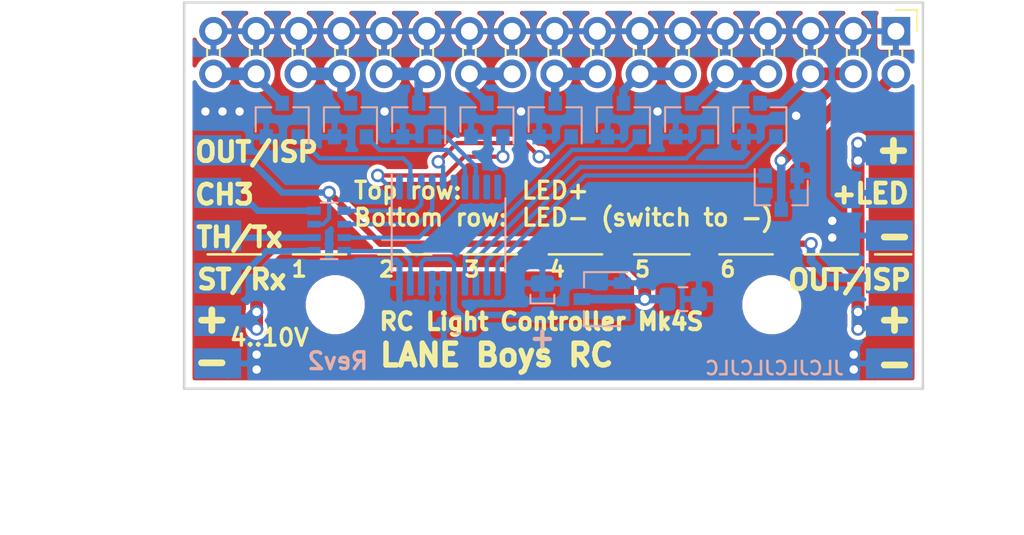
<source format=kicad_pcb>
(kicad_pcb (version 20171130) (host pcbnew 5.1.10-88a1d61d58~88~ubuntu18.04.1)
  (layers (0 Top signal) (31 Bottom signal) (34 B.Paste user) (35 F.Paste user hide) (36 B.SilkS user) (37 F.SilkS user) (38 B.Mask user hide) (39 F.Mask user hide) (44 Edge.Cuts user))
  (net 0 "")
  (net 1 +3V3)
  (net 2 GND)
  (net 3 /VIN)
  (net 4 /CH3)
  (net 5 /OUT0)
  (net 6 /OUT1)
  (net 7 /OUT2)
  (net 8 /OUT3)
  (net 9 /OUT4)
  (net 10 /OUT5)
  (net 11 /OUT6)
  (net 12 /OUT7)
  (net 13 /LED+)
  (net 14 /OUT-ISP)
  (net 15 /ST-RX)
  (net 16 /TH-TX)
  (net 17 /ST-Rx-in)
  (net 18 /TH-Tx-in)
  (net 19 /CH3-in)
  (net 20 /OUT-ISP-out)
  (net 21 "Net-(J1-Pad10)")
  (net 22 "Net-(J1-Pad2)")
  (net 23 "Net-(J1-Pad32)")
  (net 24 "Net-(J1-Pad28)")
  (net 25 "Net-(J1-Pad24)")
  (net 26 "Net-(J1-Pad20)")
  (net 27 "Net-(J1-Pad16)")
  (net 28 "Net-(J1-Pad12)")
  (net 29 "Net-(J1-Pad4)")
  (net 30 /OUT8)
  (module Package_SO:TSSOP-20_4.4x6.5mm_P0.65mm (layer Bottom) (at 150.748 104.856 270)
    (fp_text reference U1 hide)
    (fp_text value LPC832M101FDH20)
    (fp_line (start 0 -3.385) (end 2.2 -3.385) (layer B.SilkS) (width 0.12))
    (fp_line (start 0 -3.385) (end -2.2 -3.385) (layer B.SilkS) (width 0.12))
    (fp_line (start 0 3.385) (end 2.2 3.385) (layer B.SilkS) (width 0.12))
    (fp_line (start 0 3.385) (end -3.6 3.385) (layer B.SilkS) (width 0.12))
    (pad 20 smd roundrect (at 2.8625 2.925 270) (size 1.475 0.4) (layers Bottom B.Paste B.Mask) (net 2 GND))
    (pad 19 smd roundrect (at 2.8625 2.275 270) (size 1.475 0.4) (layers Bottom B.Paste B.Mask) (net 15 /ST-RX))
    (pad 18 smd roundrect (at 2.8625 1.625 270) (size 1.475 0.4) (layers Bottom B.Paste B.Mask) (net 1 +3V3))
    (pad 17 smd roundrect (at 2.8625 0.975 270) (size 1.475 0.4) (layers Bottom B.Paste B.Mask) (net 2 GND))
    (pad 16 smd roundrect (at 2.8625 0.325 270) (size 1.475 0.4) (layers Bottom B.Paste B.Mask) (net 2 GND))
    (pad 15 smd roundrect (at 2.8625 -0.325 270) (size 1.475 0.4) (layers Bottom B.Paste B.Mask) (net 1 +3V3))
    (pad 14 smd roundrect (at 2.8625 -0.975 270) (size 1.475 0.4) (layers Bottom B.Paste B.Mask) (net 10 /OUT5))
    (pad 13 smd roundrect (at 2.8625 -1.625 270) (size 1.475 0.4) (layers Bottom B.Paste B.Mask) (net 11 /OUT6))
    (pad 12 smd roundrect (at 2.8625 -2.275 270) (size 1.475 0.4) (layers Bottom B.Paste B.Mask) (net 12 /OUT7))
    (pad 11 smd roundrect (at 2.8625 -2.925 270) (size 1.475 0.4) (layers Bottom B.Paste B.Mask) (net 30 /OUT8))
    (pad 10 smd roundrect (at -2.8625 -2.925 270) (size 1.475 0.4) (layers Bottom B.Paste B.Mask))
    (pad 9 smd roundrect (at -2.8625 -2.275 270) (size 1.475 0.4) (layers Bottom B.Paste B.Mask))
    (pad 8 smd roundrect (at -2.8625 -1.625 270) (size 1.475 0.4) (layers Bottom B.Paste B.Mask) (net 7 /OUT2))
    (pad 7 smd roundrect (at -2.8625 -0.975 270) (size 1.475 0.4) (layers Bottom B.Paste B.Mask) (net 6 /OUT1))
    (pad 6 smd roundrect (at -2.8625 -0.325 270) (size 1.475 0.4) (layers Bottom B.Paste B.Mask) (net 16 /TH-TX))
    (pad 5 smd roundrect (at -2.8625 0.325 270) (size 1.475 0.4) (layers Bottom B.Paste B.Mask) (net 9 /OUT4))
    (pad 4 smd roundrect (at -2.8625 0.975 270) (size 1.475 0.4) (layers Bottom B.Paste B.Mask) (net 14 /OUT-ISP))
    (pad 3 smd roundrect (at -2.8625 1.625 270) (size 1.475 0.4) (layers Bottom B.Paste B.Mask) (net 4 /CH3))
    (pad 2 smd roundrect (at -2.8625 2.275 270) (size 1.475 0.4) (layers Bottom B.Paste B.Mask) (net 5 /OUT0))
    (pad 1 smd roundrect (at -2.8625 2.925 270) (size 1.475 0.4) (layers Bottom B.Paste B.Mask) (net 8 /OUT3))
  )
  (module Package_TO_SOT_SMD:SOT-23 (layer Bottom) (at 153.034 97.998 90)
    (fp_text reference T4 hide)
    (fp_text value PMV30UN)
    (fp_line (start 0.76 -1.58) (end -0.7 -1.58) (layer B.SilkS) (width 0.12))
    (fp_line (start 0.76 1.58) (end -1.4 1.58) (layer B.SilkS) (width 0.12))
    (fp_line (start 0.76 1.58) (end 0.76 0.65) (layer B.SilkS) (width 0.12))
    (fp_line (start 0.76 -1.58) (end 0.76 -0.65) (layer B.SilkS) (width 0.12))
    (pad 3 smd rect (at 1 0 90) (size 0.9 0.8) (layers Bottom B.Paste B.Mask) (net 26 "Net-(J1-Pad20)"))
    (pad 2 smd rect (at -1 -0.95 90) (size 0.9 0.8) (layers Bottom B.Paste B.Mask) (net 2 GND))
    (pad 1 smd rect (at -1 0.95 90) (size 0.9 0.8) (layers Bottom B.Paste B.Mask) (net 8 /OUT3))
  )
  (module Package_TO_SOT_SMD:SOT-23W (layer Bottom) (at 159.892 108.666 180)
    (fp_text reference U2 hide)
    (fp_text value MCP1703A-3302_SOT23)
    (fp_line (start -1.075 -1.61) (end 1.075 -1.61) (layer B.SilkS) (width 0.12))
    (fp_line (start -1.5 1.61) (end 1.075 1.61) (layer B.SilkS) (width 0.12))
    (fp_line (start 1.075 -0.7) (end 1.075 -1.61) (layer B.SilkS) (width 0.12))
    (fp_line (start 1.075 1.61) (end 1.075 0.7) (layer B.SilkS) (width 0.12))
    (pad 3 smd rect (at 1.2 0 180) (size 1 0.7) (layers Bottom B.Paste B.Mask) (net 3 /VIN))
    (pad 2 smd rect (at -1.2 -0.95 180) (size 1 0.7) (layers Bottom B.Paste B.Mask) (net 1 +3V3))
    (pad 1 smd rect (at -1.2 0.95 180) (size 1 0.7) (layers Bottom B.Paste B.Mask) (net 2 GND))
  )
  (module Resistor_SMD:R_Array_Convex_4x0603 (layer Bottom) (at 143.636 104.602)
    (fp_text reference RN1 hide)
    (fp_text value "1k x4")
    (fp_line (start 0.5 -1.68) (end -0.5 -1.68) (layer B.SilkS) (width 0.12))
    (fp_line (start 0.5 1.68) (end -0.5 1.68) (layer B.SilkS) (width 0.12))
    (pad 5 smd rect (at 0.9 -1.2) (size 0.8 0.5) (layers Bottom B.Paste B.Mask) (net 4 /CH3))
    (pad 6 smd rect (at 0.9 -0.4) (size 0.8 0.4) (layers Bottom B.Paste B.Mask) (net 14 /OUT-ISP))
    (pad 8 smd rect (at 0.9 1.2) (size 0.8 0.5) (layers Bottom B.Paste B.Mask) (net 15 /ST-RX))
    (pad 7 smd rect (at 0.9 0.4) (size 0.8 0.4) (layers Bottom B.Paste B.Mask) (net 16 /TH-TX))
    (pad 4 smd rect (at -0.9 -1.2) (size 0.8 0.5) (layers Bottom B.Paste B.Mask) (net 19 /CH3-in))
    (pad 2 smd rect (at -0.9 0.4) (size 0.8 0.4) (layers Bottom B.Paste B.Mask) (net 18 /TH-Tx-in))
    (pad 3 smd rect (at -0.9 -0.4) (size 0.8 0.4) (layers Bottom B.Paste B.Mask) (net 20 /OUT-ISP-out))
    (pad 1 smd rect (at -0.9 1.2) (size 0.8 0.5) (layers Bottom B.Paste B.Mask) (net 17 /ST-Rx-in))
  )
  (module Capacitor_SMD:C_0603_1608Metric (layer Bottom) (at 151.256 110.19 180)
    (fp_text reference C3 hide)
    (fp_text value 100n)
    (fp_line (start -0.162779 0.51) (end 0.162779 0.51) (layer B.SilkS) (width 0.12))
    (fp_line (start -0.162779 -0.51) (end 0.162779 -0.51) (layer B.SilkS) (width 0.12))
    (pad 2 smd roundrect (at 0.7875 0 180) (size 0.875 0.95) (layers Bottom B.Paste B.Mask) (net 2 GND))
    (pad 1 smd roundrect (at -0.7875 0 180) (size 0.875 0.95) (layers Bottom B.Paste B.Mask) (net 1 +3V3))
  )
  (module Connector_PinHeader_2.54mm:PinHeader_2x17_P2.54mm_Horizontal (layer Top) (at 177.39 92.71 270)
    (fp_text reference J1 hide)
    (fp_text value "Pinheader right-angle 2x17" hide)
    (fp_line (start 1.11 -0.38) (end 1.497071 -0.38) (layer F.SilkS) (width 0.12))
    (fp_line (start 1.11 0.38) (end 1.497071 0.38) (layer F.SilkS) (width 0.12))
    (fp_line (start 1.042929 2.16) (end 1.497071 2.16) (layer F.SilkS) (width 0.12))
    (fp_line (start 1.042929 2.92) (end 1.497071 2.92) (layer F.SilkS) (width 0.12))
    (fp_line (start 1.042929 4.7) (end 1.497071 4.7) (layer F.SilkS) (width 0.12))
    (fp_line (start 1.042929 5.46) (end 1.497071 5.46) (layer F.SilkS) (width 0.12))
    (fp_line (start 1.042929 7.24) (end 1.497071 7.24) (layer F.SilkS) (width 0.12))
    (fp_line (start 1.042929 8) (end 1.497071 8) (layer F.SilkS) (width 0.12))
    (fp_line (start 1.042929 9.78) (end 1.497071 9.78) (layer F.SilkS) (width 0.12))
    (fp_line (start 1.042929 10.54) (end 1.497071 10.54) (layer F.SilkS) (width 0.12))
    (fp_line (start 1.042929 12.32) (end 1.497071 12.32) (layer F.SilkS) (width 0.12))
    (fp_line (start 1.042929 13.08) (end 1.497071 13.08) (layer F.SilkS) (width 0.12))
    (fp_line (start 1.042929 14.86) (end 1.497071 14.86) (layer F.SilkS) (width 0.12))
    (fp_line (start 1.042929 15.62) (end 1.497071 15.62) (layer F.SilkS) (width 0.12))
    (fp_line (start 1.042929 17.4) (end 1.497071 17.4) (layer F.SilkS) (width 0.12))
    (fp_line (start 1.042929 18.16) (end 1.497071 18.16) (layer F.SilkS) (width 0.12))
    (fp_line (start 1.042929 19.94) (end 1.497071 19.94) (layer F.SilkS) (width 0.12))
    (fp_line (start 1.042929 20.7) (end 1.497071 20.7) (layer F.SilkS) (width 0.12))
    (fp_line (start 1.042929 22.48) (end 1.497071 22.48) (layer F.SilkS) (width 0.12))
    (fp_line (start 1.042929 23.24) (end 1.497071 23.24) (layer F.SilkS) (width 0.12))
    (fp_line (start 1.042929 25.02) (end 1.497071 25.02) (layer F.SilkS) (width 0.12))
    (fp_line (start 1.042929 25.78) (end 1.497071 25.78) (layer F.SilkS) (width 0.12))
    (fp_line (start 1.042929 27.56) (end 1.497071 27.56) (layer F.SilkS) (width 0.12))
    (fp_line (start 1.042929 28.32) (end 1.497071 28.32) (layer F.SilkS) (width 0.12))
    (fp_line (start 1.042929 30.1) (end 1.497071 30.1) (layer F.SilkS) (width 0.12))
    (fp_line (start 1.042929 30.86) (end 1.497071 30.86) (layer F.SilkS) (width 0.12))
    (fp_line (start 1.042929 32.64) (end 1.497071 32.64) (layer F.SilkS) (width 0.12))
    (fp_line (start 1.042929 33.4) (end 1.497071 33.4) (layer F.SilkS) (width 0.12))
    (fp_line (start 1.042929 35.18) (end 1.497071 35.18) (layer F.SilkS) (width 0.12))
    (fp_line (start 1.042929 35.94) (end 1.497071 35.94) (layer F.SilkS) (width 0.12))
    (fp_line (start 1.042929 37.72) (end 1.497071 37.72) (layer F.SilkS) (width 0.12))
    (fp_line (start 1.042929 38.48) (end 1.497071 38.48) (layer F.SilkS) (width 0.12))
    (fp_line (start 1.042929 40.26) (end 1.497071 40.26) (layer F.SilkS) (width 0.12))
    (fp_line (start 1.042929 41.02) (end 1.497071 41.02) (layer F.SilkS) (width 0.12))
    (fp_line (start -1.27 0) (end -1.27 -1.27) (layer F.SilkS) (width 0.12))
    (fp_line (start -1.27 -1.27) (end 0 -1.27) (layer F.SilkS) (width 0.12))
    (pad 34 thru_hole oval (at 2.54 40.64 270) (size 1.7 1.7) (drill 1) (layers *.Cu *.Mask) (net 23 "Net-(J1-Pad32)"))
    (pad 33 thru_hole oval (at 0 40.64 270) (size 1.7 1.7) (drill 1) (layers *.Cu *.Mask) (net 13 /LED+))
    (pad 32 thru_hole oval (at 2.54 38.1 270) (size 1.7 1.7) (drill 1) (layers *.Cu *.Mask) (net 23 "Net-(J1-Pad32)"))
    (pad 31 thru_hole oval (at 0 38.1 270) (size 1.7 1.7) (drill 1) (layers *.Cu *.Mask) (net 13 /LED+))
    (pad 30 thru_hole oval (at 2.54 35.56 270) (size 1.7 1.7) (drill 1) (layers *.Cu *.Mask) (net 24 "Net-(J1-Pad28)"))
    (pad 29 thru_hole oval (at 0 35.56 270) (size 1.7 1.7) (drill 1) (layers *.Cu *.Mask) (net 13 /LED+))
    (pad 28 thru_hole oval (at 2.54 33.02 270) (size 1.7 1.7) (drill 1) (layers *.Cu *.Mask) (net 24 "Net-(J1-Pad28)"))
    (pad 27 thru_hole oval (at 0 33.02 270) (size 1.7 1.7) (drill 1) (layers *.Cu *.Mask) (net 13 /LED+))
    (pad 26 thru_hole oval (at 2.54 30.48 270) (size 1.7 1.7) (drill 1) (layers *.Cu *.Mask) (net 25 "Net-(J1-Pad24)"))
    (pad 25 thru_hole oval (at 0 30.48 270) (size 1.7 1.7) (drill 1) (layers *.Cu *.Mask) (net 13 /LED+))
    (pad 24 thru_hole oval (at 2.54 27.94 270) (size 1.7 1.7) (drill 1) (layers *.Cu *.Mask) (net 25 "Net-(J1-Pad24)"))
    (pad 23 thru_hole oval (at 0 27.94 270) (size 1.7 1.7) (drill 1) (layers *.Cu *.Mask) (net 13 /LED+))
    (pad 22 thru_hole oval (at 2.54 25.4 270) (size 1.7 1.7) (drill 1) (layers *.Cu *.Mask) (net 26 "Net-(J1-Pad20)"))
    (pad 21 thru_hole oval (at 0 25.4 270) (size 1.7 1.7) (drill 1) (layers *.Cu *.Mask) (net 13 /LED+))
    (pad 20 thru_hole oval (at 2.54 22.86 270) (size 1.7 1.7) (drill 1) (layers *.Cu *.Mask) (net 26 "Net-(J1-Pad20)"))
    (pad 19 thru_hole oval (at 0 22.86 270) (size 1.7 1.7) (drill 1) (layers *.Cu *.Mask) (net 13 /LED+))
    (pad 18 thru_hole oval (at 2.54 20.32 270) (size 1.7 1.7) (drill 1) (layers *.Cu *.Mask) (net 27 "Net-(J1-Pad16)"))
    (pad 17 thru_hole oval (at 0 20.32 270) (size 1.7 1.7) (drill 1) (layers *.Cu *.Mask) (net 13 /LED+))
    (pad 16 thru_hole oval (at 2.54 17.78 270) (size 1.7 1.7) (drill 1) (layers *.Cu *.Mask) (net 27 "Net-(J1-Pad16)"))
    (pad 15 thru_hole oval (at 0 17.78 270) (size 1.7 1.7) (drill 1) (layers *.Cu *.Mask) (net 13 /LED+))
    (pad 14 thru_hole oval (at 2.54 15.24 270) (size 1.7 1.7) (drill 1) (layers *.Cu *.Mask) (net 28 "Net-(J1-Pad12)"))
    (pad 13 thru_hole oval (at 0 15.24 270) (size 1.7 1.7) (drill 1) (layers *.Cu *.Mask) (net 13 /LED+))
    (pad 12 thru_hole oval (at 2.54 12.7 270) (size 1.7 1.7) (drill 1) (layers *.Cu *.Mask) (net 28 "Net-(J1-Pad12)"))
    (pad 11 thru_hole oval (at 0 12.7 270) (size 1.7 1.7) (drill 1) (layers *.Cu *.Mask) (net 13 /LED+))
    (pad 10 thru_hole oval (at 2.54 10.16 270) (size 1.7 1.7) (drill 1) (layers *.Cu *.Mask) (net 21 "Net-(J1-Pad10)"))
    (pad 9 thru_hole oval (at 0 10.16 270) (size 1.7 1.7) (drill 1) (layers *.Cu *.Mask) (net 13 /LED+))
    (pad 8 thru_hole oval (at 2.54 7.62 270) (size 1.7 1.7) (drill 1) (layers *.Cu *.Mask) (net 21 "Net-(J1-Pad10)"))
    (pad 7 thru_hole oval (at 0 7.62 270) (size 1.7 1.7) (drill 1) (layers *.Cu *.Mask) (net 13 /LED+))
    (pad 6 thru_hole oval (at 2.54 5.08 270) (size 1.7 1.7) (drill 1) (layers *.Cu *.Mask) (net 29 "Net-(J1-Pad4)"))
    (pad 5 thru_hole oval (at 0 5.08 270) (size 1.7 1.7) (drill 1) (layers *.Cu *.Mask) (net 13 /LED+))
    (pad 4 thru_hole oval (at 2.54 2.54 270) (size 1.7 1.7) (drill 1) (layers *.Cu *.Mask) (net 29 "Net-(J1-Pad4)"))
    (pad 3 thru_hole oval (at 0 2.54 270) (size 1.7 1.7) (drill 1) (layers *.Cu *.Mask) (net 13 /LED+))
    (pad 2 thru_hole oval (at 2.54 0 270) (size 1.7 1.7) (drill 1) (layers *.Cu *.Mask) (net 22 "Net-(J1-Pad2)"))
    (pad 1 thru_hole rect (at 0 0 270) (size 1.7 1.7) (drill 1) (layers *.Cu *.Mask) (net 13 /LED+))
  )
  (module Package_TO_SOT_SMD:SOT-23 (layer Bottom) (at 170.56 102.316 270)
    (fp_text reference T9 hide)
    (fp_text value PMV30UN)
    (fp_line (start 0.76 -1.58) (end -0.7 -1.58) (layer B.SilkS) (width 0.12))
    (fp_line (start 0.76 1.58) (end -1.4 1.58) (layer B.SilkS) (width 0.12))
    (fp_line (start 0.76 1.58) (end 0.76 0.65) (layer B.SilkS) (width 0.12))
    (fp_line (start 0.76 -1.58) (end 0.76 -0.65) (layer B.SilkS) (width 0.12))
    (pad 3 smd rect (at 1 0 270) (size 0.9 0.8) (layers Bottom B.Paste B.Mask) (net 22 "Net-(J1-Pad2)"))
    (pad 2 smd rect (at -1 -0.95 270) (size 0.9 0.8) (layers Bottom B.Paste B.Mask) (net 2 GND))
    (pad 1 smd rect (at -1 0.95 270) (size 0.9 0.8) (layers Bottom B.Paste B.Mask) (net 30 /OUT8))
  )
  (module Package_TO_SOT_SMD:SOT-23 (layer Bottom) (at 169.29 97.998 90)
    (fp_text reference T8 hide)
    (fp_text value PMV30UN)
    (fp_line (start 0.76 -1.58) (end -0.7 -1.58) (layer B.SilkS) (width 0.12))
    (fp_line (start 0.76 1.58) (end -1.4 1.58) (layer B.SilkS) (width 0.12))
    (fp_line (start 0.76 1.58) (end 0.76 0.65) (layer B.SilkS) (width 0.12))
    (fp_line (start 0.76 -1.58) (end 0.76 -0.65) (layer B.SilkS) (width 0.12))
    (pad 3 smd rect (at 1 0 90) (size 0.9 0.8) (layers Bottom B.Paste B.Mask) (net 29 "Net-(J1-Pad4)"))
    (pad 2 smd rect (at -1 -0.95 90) (size 0.9 0.8) (layers Bottom B.Paste B.Mask) (net 2 GND))
    (pad 1 smd rect (at -1 0.95 90) (size 0.9 0.8) (layers Bottom B.Paste B.Mask) (net 12 /OUT7))
  )
  (module Package_TO_SOT_SMD:SOT-23 (layer Bottom) (at 165.226 97.998 90)
    (fp_text reference T7 hide)
    (fp_text value PMV30UN)
    (fp_line (start 0.76 -1.58) (end -0.7 -1.58) (layer B.SilkS) (width 0.12))
    (fp_line (start 0.76 1.58) (end -1.4 1.58) (layer B.SilkS) (width 0.12))
    (fp_line (start 0.76 1.58) (end 0.76 0.65) (layer B.SilkS) (width 0.12))
    (fp_line (start 0.76 -1.58) (end 0.76 -0.65) (layer B.SilkS) (width 0.12))
    (pad 3 smd rect (at 1 0 90) (size 0.9 0.8) (layers Bottom B.Paste B.Mask) (net 21 "Net-(J1-Pad10)"))
    (pad 2 smd rect (at -1 -0.95 90) (size 0.9 0.8) (layers Bottom B.Paste B.Mask) (net 2 GND))
    (pad 1 smd rect (at -1 0.95 90) (size 0.9 0.8) (layers Bottom B.Paste B.Mask) (net 11 /OUT6))
  )
  (module Package_TO_SOT_SMD:SOT-23 (layer Bottom) (at 161.162 97.998 90)
    (fp_text reference T6 hide)
    (fp_text value PMV30UN)
    (fp_line (start 0.76 -1.58) (end -0.7 -1.58) (layer B.SilkS) (width 0.12))
    (fp_line (start 0.76 1.58) (end -1.4 1.58) (layer B.SilkS) (width 0.12))
    (fp_line (start 0.76 1.58) (end 0.76 0.65) (layer B.SilkS) (width 0.12))
    (fp_line (start 0.76 -1.58) (end 0.76 -0.65) (layer B.SilkS) (width 0.12))
    (pad 3 smd rect (at 1 0 90) (size 0.9 0.8) (layers Bottom B.Paste B.Mask) (net 28 "Net-(J1-Pad12)"))
    (pad 2 smd rect (at -1 -0.95 90) (size 0.9 0.8) (layers Bottom B.Paste B.Mask) (net 2 GND))
    (pad 1 smd rect (at -1 0.95 90) (size 0.9 0.8) (layers Bottom B.Paste B.Mask) (net 10 /OUT5))
  )
  (module Package_TO_SOT_SMD:SOT-23 (layer Bottom) (at 157.098 97.998 90)
    (fp_text reference T5 hide)
    (fp_text value PMV30UN)
    (fp_line (start 0.76 -1.58) (end -0.7 -1.58) (layer B.SilkS) (width 0.12))
    (fp_line (start 0.76 1.58) (end -1.4 1.58) (layer B.SilkS) (width 0.12))
    (fp_line (start 0.76 1.58) (end 0.76 0.65) (layer B.SilkS) (width 0.12))
    (fp_line (start 0.76 -1.58) (end 0.76 -0.65) (layer B.SilkS) (width 0.12))
    (pad 3 smd rect (at 1 0 90) (size 0.9 0.8) (layers Bottom B.Paste B.Mask) (net 27 "Net-(J1-Pad16)"))
    (pad 2 smd rect (at -1 -0.95 90) (size 0.9 0.8) (layers Bottom B.Paste B.Mask) (net 2 GND))
    (pad 1 smd rect (at -1 0.95 90) (size 0.9 0.8) (layers Bottom B.Paste B.Mask) (net 9 /OUT4))
  )
  (module Package_TO_SOT_SMD:SOT-23 (layer Bottom) (at 148.97 97.998 90)
    (fp_text reference T3 hide)
    (fp_text value PMV30UN)
    (fp_line (start 0.76 -1.58) (end -0.7 -1.58) (layer B.SilkS) (width 0.12))
    (fp_line (start 0.76 1.58) (end -1.4 1.58) (layer B.SilkS) (width 0.12))
    (fp_line (start 0.76 1.58) (end 0.76 0.65) (layer B.SilkS) (width 0.12))
    (fp_line (start 0.76 -1.58) (end 0.76 -0.65) (layer B.SilkS) (width 0.12))
    (pad 3 smd rect (at 1 0 90) (size 0.9 0.8) (layers Bottom B.Paste B.Mask) (net 25 "Net-(J1-Pad24)"))
    (pad 2 smd rect (at -1 -0.95 90) (size 0.9 0.8) (layers Bottom B.Paste B.Mask) (net 2 GND))
    (pad 1 smd rect (at -1 0.95 90) (size 0.9 0.8) (layers Bottom B.Paste B.Mask) (net 7 /OUT2))
  )
  (module Package_TO_SOT_SMD:SOT-23 (layer Bottom) (at 144.906 97.998 90)
    (fp_text reference T2 hide)
    (fp_text value PMV30UN)
    (fp_line (start 0.76 -1.58) (end -0.7 -1.58) (layer B.SilkS) (width 0.12))
    (fp_line (start 0.76 1.58) (end -1.4 1.58) (layer B.SilkS) (width 0.12))
    (fp_line (start 0.76 1.58) (end 0.76 0.65) (layer B.SilkS) (width 0.12))
    (fp_line (start 0.76 -1.58) (end 0.76 -0.65) (layer B.SilkS) (width 0.12))
    (pad 3 smd rect (at 1 0 90) (size 0.9 0.8) (layers Bottom B.Paste B.Mask) (net 24 "Net-(J1-Pad28)"))
    (pad 2 smd rect (at -1 -0.95 90) (size 0.9 0.8) (layers Bottom B.Paste B.Mask) (net 2 GND))
    (pad 1 smd rect (at -1 0.95 90) (size 0.9 0.8) (layers Bottom B.Paste B.Mask) (net 6 /OUT1))
  )
  (module Package_TO_SOT_SMD:SOT-23 (layer Bottom) (at 140.842 97.998 90)
    (fp_text reference T1 hide)
    (fp_text value PMV30UN)
    (fp_line (start 0.76 -1.58) (end -0.7 -1.58) (layer B.SilkS) (width 0.12))
    (fp_line (start 0.76 1.58) (end -1.4 1.58) (layer B.SilkS) (width 0.12))
    (fp_line (start 0.76 1.58) (end 0.76 0.65) (layer B.SilkS) (width 0.12))
    (fp_line (start 0.76 -1.58) (end 0.76 -0.65) (layer B.SilkS) (width 0.12))
    (pad 3 smd rect (at 1 0 90) (size 0.9 0.8) (layers Bottom B.Paste B.Mask) (net 23 "Net-(J1-Pad32)"))
    (pad 2 smd rect (at -1 -0.95 90) (size 0.9 0.8) (layers Bottom B.Paste B.Mask) (net 2 GND))
    (pad 1 smd rect (at -1 0.95 90) (size 0.9 0.8) (layers Bottom B.Paste B.Mask) (net 5 /OUT0))
  )
  (module MountingHole:MountingHole_2.2mm_M2_ISO14580 (layer Top) (at 170 109)
    (fp_text reference H2 hide)
    (fp_text value MountingHole hide)
    (pad "" np_thru_hole circle (at 0 0) (size 2 2) (drill 2) (layers *.Cu *.Mask) (clearance 0.762))
  )
  (module MountingHole:MountingHole_2.2mm_M2_ISO14580 (layer Top) (at 144 109)
    (fp_text reference H1 hide)
    (fp_text value MountingHole hide)
    (pad "" np_thru_hole circle (at 0 0) (size 2 2) (drill 2) (layers *.Cu *.Mask) (clearance 0.762))
  )
  (module rc-light-controller-tlc5940-lpc812:PinHeader_1x06_P2.54mm_Flat (layer Bottom) (at 177 112.5 90)
    (fp_text reference J3 hide)
    (fp_text value "Pinheader straight 1x06" hide)
    (pad 6 smd rect (at 12.7 0 90) (size 1.8 2.8) (layers Bottom B.Mask) (net 3 /VIN))
    (pad 5 smd rect (at 10.16 0 90) (size 1.8 2.8) (layers Bottom B.Mask) (net 13 /LED+))
    (pad 4 smd rect (at 7.62 0 90) (size 1.8 2.8) (layers Bottom B.Mask) (net 2 GND))
    (pad 3 smd rect (at 5.08 0 90) (size 1.8 2.8) (layers Bottom B.Mask) (net 20 /OUT-ISP-out))
    (pad 2 smd rect (at 2.54 0 90) (size 1.8 2.8) (layers Bottom B.Mask) (net 3 /VIN))
    (pad 1 smd rect (at 0 0 90) (size 1.8 2.8) (layers Bottom B.Mask) (net 2 GND))
  )
  (module rc-light-controller-tlc5940-lpc812:PinHeader_1x06_P2.54mm_Flat (layer Bottom) (at 137 112.5 90)
    (fp_text reference J2 hide)
    (fp_text value "Pinheader straight 1x06" hide)
    (pad 6 smd rect (at 12.7 0 90) (size 1.8 2.8) (layers Bottom B.Mask) (net 20 /OUT-ISP-out))
    (pad 5 smd rect (at 10.16 0 90) (size 1.8 2.8) (layers Bottom B.Mask) (net 19 /CH3-in))
    (pad 4 smd rect (at 7.62 0 90) (size 1.8 2.8) (layers Bottom B.Mask) (net 18 /TH-Tx-in))
    (pad 3 smd rect (at 5.08 0 90) (size 1.8 2.8) (layers Bottom B.Mask) (net 17 /ST-Rx-in))
    (pad 2 smd rect (at 2.54 0 90) (size 1.8 2.8) (layers Bottom B.Mask) (net 3 /VIN))
    (pad 1 smd rect (at 0 0 90) (size 1.8 2.8) (layers Bottom B.Mask) (net 2 GND))
  )
  (module Capacitor_SMD:C_0805_2012Metric (layer Bottom) (at 156.336 108.666 90)
    (fp_text reference C2 hide)
    (fp_text value 47u/6V3)
    (fp_line (start -0.254 0.7112) (end -0.254 -0.7112) (layer B.SilkS) (width 0.12))
    (fp_line (start -0.258578 -0.71) (end 0.258578 -0.71) (layer B.SilkS) (width 0.12))
    (fp_line (start -0.258578 0.71) (end 0.258578 0.71) (layer B.SilkS) (width 0.12))
    (pad 1 smd roundrect (at -0.9375 0 90) (size 0.975 1.4) (layers Bottom B.Paste B.Mask) (net 1 +3V3))
    (pad 2 smd roundrect (at 0.9375 0 90) (size 0.975 1.4) (layers Bottom B.Paste B.Mask) (net 2 GND))
  )
  (module Capacitor_SMD:C_0805_2012Metric (layer Bottom) (at 164.718 108.666)
    (fp_text reference C1 hide)
    (fp_text value 1u/16V)
    (fp_line (start -0.258578 -0.71) (end 0.258578 -0.71) (layer B.SilkS) (width 0.12))
    (fp_line (start -0.258578 0.71) (end 0.258578 0.71) (layer B.SilkS) (width 0.12))
    (pad 1 smd roundrect (at -0.9375 0) (size 0.975 1.4) (layers Bottom B.Paste B.Mask) (net 3 /VIN))
    (pad 2 smd roundrect (at 0.9375 0) (size 0.975 1.4) (layers Bottom B.Paste B.Mask) (net 2 GND))
  )
  (gr_text 4..10V (at 140.08 110.952) (layer F.SilkS) (effects (font (size 1 1) (thickness 0.2))))
  (gr_text "Top row:\nBottom row:" (at 145 103) (layer F.SilkS) (effects (font (size 1 1) (thickness 0.2)) (justify left)))
  (gr_text + (at 156.336 110.952) (layer B.SilkS) (effects (font (size 1.2 1.2) (thickness 0.25)) (justify mirror)))
  (gr_text "LED+\nLED- (switch to -)" (at 155 103) (layer F.SilkS) (effects (font (size 1 1) (thickness 0.2)) (justify left)))
  (gr_line (start 178.307 105.999) (end 176.148 105.999) (layer F.SilkS) (width 0.15))
  (gr_text OUT/ISP (at 178.434 107.523) (layer F.SilkS) (effects (font (size 1.143 1.143) (thickness 0.28575)) (justify right)))
  (gr_text +LED (at 178.307 102.3795) (layer F.SilkS) (effects (font (size 1.143 1.143) (thickness 0.28575)) (justify right)))
  (gr_text + (at 136.651 109.809) (layer F.SilkS) (effects (font (size 1.6 1.6) (thickness 0.4))))
  (gr_text - (at 136.651 112.349) (layer F.SilkS) (effects (font (size 1.6 1.6) (thickness 0.4))))
  (gr_text - (at 178.561 104.856) (layer F.SilkS) (effects (font (size 1.6 1.6) (thickness 0.4)) (justify right)))
  (gr_text + (at 178.561 109.809) (layer F.SilkS) (effects (font (size 1.6 1.6) (thickness 0.4)) (justify right)))
  (gr_line (start 159.892 105.999) (end 156.717 106) (layer F.SilkS) (width 0.15))
  (gr_text JLCJLCJLCJLC (at 174.37 112.776) (layer B.SilkS) (effects (font (size 0.8 0.8)) (justify left mirror)))
  (gr_line (start 175.132 105.999) (end 171.957 105.999) (layer F.SilkS) (width 0.15))
  (gr_line (start 170.052 106) (end 166.877 105.999) (layer F.SilkS) (width 0.15))
  (gr_line (start 165.099 105.999) (end 161.797 105.999) (layer F.SilkS) (width 0.15))
  (gr_line (start 154.812 105.999) (end 151.637 105.999) (layer F.SilkS) (width 0.15))
  (gr_line (start 149.732 106) (end 146.557 106) (layer F.SilkS) (width 0.15))
  (gr_line (start 141.477 106) (end 144.652 106) (layer F.SilkS) (width 0.15))
  (gr_line (start 136.397 105.999) (end 139.572 106) (layer F.SilkS) (width 0.15))
  (gr_text Rev2 (at 146.073929 112.349) (layer B.SilkS) (effects (font (size 1 1) (thickness 0.2)) (justify left mirror)))
  (gr_text "RC Light Controller Mk4S" (at 146.5 110) (layer F.SilkS) (effects (font (size 1 1) (thickness 0.25)) (justify left)))
  (gr_text "LANE Boys RC" (at 146.5 112) (layer F.SilkS) (effects (font (size 1.3 1.3) (thickness 0.325)) (justify left)))
  (gr_text 4 (at 157.225 106.888) (layer F.SilkS) (effects (font (size 0.9 0.9) (thickness 0.2))))
  (gr_text 5 (at 162.305 106.888) (layer F.SilkS) (effects (font (size 0.9 0.9) (thickness 0.2))))
  (gr_text 3 (at 152.145 106.888) (layer F.SilkS) (effects (font (size 0.9 0.9) (thickness 0.2))))
  (gr_text 2 (at 147.065 106.888) (layer F.SilkS) (effects (font (size 0.9 0.9) (thickness 0.2))))
  (gr_text 1 (at 141.858 106.888) (layer F.SilkS) (effects (font (size 0.9 0.9) (thickness 0.2))))
  (gr_text 6 (at 167.385 106.888) (layer F.SilkS) (effects (font (size 0.9 0.9) (thickness 0.2))))
  (gr_text - (at 178.561 112.476) (layer F.SilkS) (effects (font (size 1.6 1.6) (thickness 0.4)) (justify right)))
  (gr_text + (at 178.4975 99.7125) (layer F.SilkS) (effects (font (size 1.6 1.6) (thickness 0.4)) (justify right)))
  (gr_text ST/Rx (at 135.635 107.5) (layer F.SilkS) (effects (font (size 1.143 1.143) (thickness 0.28575)) (justify left)))
  (gr_text TH/Tx (at 138.302 104.983) (layer F.SilkS) (effects (font (size 1.143 1.143) (thickness 0.28575))))
  (gr_text CH3 (at 135.5 102.443) (layer F.SilkS) (effects (font (size 1.143 1.143) (thickness 0.28575)) (justify left)))
  (gr_text OUT/ISP (at 135.508 99.903) (layer F.SilkS) (effects (font (size 1.143 1.143) (thickness 0.28575)) (justify left)))
  (gr_line (start 135.0011 91) (end 135.0011 114) (layer Edge.Cuts) (width 0.15))
  (gr_line (start 135.0011 114) (end 179 114) (layer Edge.Cuts) (width 0.15))
  (gr_line (start 179 114) (end 179 91) (layer Edge.Cuts) (width 0.15))
  (gr_line (start 179 91) (end 135.0011 91) (layer Edge.Cuts) (width 0.15))
  (segment (start 161.0835 109.6035) (end 161.0858 109.6058) (width 0.508) (layer Bottom) (net 1))
  (segment (start 156.336 109.6035) (end 161.0835 109.6035) (width 0.508) (layer Bottom) (net 1))
  (segment (start 151.073 109.2195) (end 152.0435 110.19) (width 0.381) (layer Bottom) (net 1))
  (segment (start 151.073 107.7185) (end 151.073 109.2195) (width 0.381) (layer Bottom) (net 1))
  (segment (start 152.63 109.6035) (end 152.0435 110.19) (width 0.381) (layer Bottom) (net 1))
  (segment (start 156.336 109.6035) (end 152.63 109.6035) (width 0.381) (layer Bottom) (net 1))
  (segment (start 149.123 107.7185) (end 149.123 106.5064) (width 0.254) (layer Bottom) (net 1))
  (segment (start 149.123 106.5064) (end 149.351 106.2784) (width 0.254) (layer Bottom) (net 1))
  (segment (start 149.351 106.2784) (end 150.7734 106.2784) (width 0.254) (layer Bottom) (net 1))
  (segment (start 151.073 106.578) (end 151.073 107.7185) (width 0.254) (layer Bottom) (net 1))
  (segment (start 150.7734 106.2784) (end 151.073 106.578) (width 0.254) (layer Bottom) (net 1))
  (segment (start 137.151 112.349) (end 137 112.5) (width 0.762) (layer Bottom) (net 2))
  (segment (start 137.611 113.111) (end 137 112.5) (width 0.635) (layer Bottom) (net 2))
  (segment (start 137.77 112.5) (end 137 112.5) (width 0.635) (layer Bottom) (net 2))
  (via (at 136.27 97.49) (size 0.8) (drill 0.5) (layers Top Bottom) (net 2))
  (via (at 137.286 97.49) (size 0.8) (drill 0.5) (layers Top Bottom) (net 2))
  (via (at 138.302 97.49) (size 0.8) (drill 0.5) (layers Top Bottom) (net 2))
  (via (at 155.066 97.49) (size 0.8) (drill 0.5) (layers Top Bottom) (net 2))
  (via (at 171.449 97.744) (size 0.8) (drill 0.5) (layers Top Bottom) (net 2))
  (via (at 163.194 97.49) (size 0.8) (drill 0.5) (layers Top Bottom) (net 2))
  (via (at 146.938 97.49) (size 0.8) (drill 0.5) (layers Top Bottom) (net 2))
  (via (at 173.6 105) (size 0.8) (drill 0.5) (layers Top Bottom) (net 2))
  (via (at 173.6 104) (size 0.8) (drill 0.5) (layers Top Bottom) (net 2))
  (via (at 174.878 111.968) (size 0.8) (drill 0.5) (layers Top Bottom) (net 2))
  (via (at 174.878 112.857) (size 0.8) (drill 0.5) (layers Top Bottom) (net 2))
  (via (at 139.318 111.968) (size 0.8) (drill 0.5) (layers Top Bottom) (net 2))
  (via (at 139.318 112.857) (size 0.8) (drill 0.5) (layers Top Bottom) (net 2))
  (via (at 150.1384 100.4872) (size 0.8) (drill 0.5) (layers Top Bottom) (net 9))
  (via (at 153.984 100.1824) (size 0.8) (drill 0.5) (layers Top Bottom) (net 8))
  (via (at 156.148 100.1824) (size 0.8) (drill 0.5) (layers Top Bottom) (net 9))
  (segment (start 138.786 109.96) (end 137 109.96) (width 0.762) (layer Bottom) (net 3))
  (via (at 139.318 109.428) (size 0.8) (drill 0.5) (layers Top Bottom) (net 3))
  (segment (start 139.318 109.428) (end 138.786 109.96) (width 0.762) (layer Bottom) (net 3))
  (via (at 139.318 110.444) (size 0.8) (drill 0.5) (layers Top Bottom) (net 3))
  (segment (start 138.834 109.96) (end 139.318 110.444) (width 0.762) (layer Bottom) (net 3))
  (segment (start 137 109.96) (end 138.834 109.96) (width 0.762) (layer Bottom) (net 3))
  (segment (start 139.318 110.444) (end 139.318 109.428) (width 0.762) (layer Top) (net 3))
  (via (at 162.432 108.666) (size 0.8) (drill 0.5) (layers Top Bottom) (net 3))
  (segment (start 162.432 107.396) (end 163.448 106.38) (width 0.762) (layer Top) (net 3))
  (segment (start 162.432 108.666) (end 162.432 107.396) (width 0.762) (layer Top) (net 3))
  (segment (start 162.94 106.38) (end 163.448 106.38) (width 0.762) (layer Top) (net 3))
  (segment (start 162.432 107.396) (end 161.416 106.38) (width 0.762) (layer Top) (net 3))
  (segment (start 162.432 107.396) (end 162.432 106.38) (width 0.762) (layer Top) (net 3))
  (segment (start 161.416 106.38) (end 162.432 106.38) (width 0.762) (layer Top) (net 3))
  (segment (start 162.432 106.38) (end 162.94 106.38) (width 0.762) (layer Top) (net 3))
  (segment (start 158.692 108.666) (end 162.432 108.666) (width 0.508) (layer Bottom) (net 3))
  (segment (start 162.432 108.666) (end 163.7805 108.666) (width 0.508) (layer Bottom) (net 3))
  (segment (start 175.743 99.8) (end 177 99.8) (width 0.762) (layer Bottom) (net 3))
  (via (at 175.132 100.411) (size 0.8) (drill 0.5) (layers Top Bottom) (net 3))
  (segment (start 175.132 100.411) (end 175.743 99.8) (width 0.762) (layer Bottom) (net 3))
  (segment (start 175.664 109.96) (end 177 109.96) (width 0.762) (layer Bottom) (net 3))
  (via (at 175.132 109.428) (size 0.8) (drill 0.5) (layers Top Bottom) (net 3))
  (segment (start 175.132 109.428) (end 175.664 109.96) (width 0.762) (layer Bottom) (net 3))
  (segment (start 175.616 109.96) (end 177 109.96) (width 0.762) (layer Bottom) (net 3))
  (via (at 175.132 110.444) (size 0.8) (drill 0.5) (layers Top Bottom) (net 3))
  (segment (start 175.132 110.444) (end 175.616 109.96) (width 0.762) (layer Bottom) (net 3))
  (segment (start 175.132 100.411) (end 175.132 109.428) (width 0.762) (layer Top) (net 3))
  (segment (start 175.132 109.428) (end 175.132 110.444) (width 0.762) (layer Bottom) (net 3))
  (segment (start 163.448 106.38) (end 164.464 106.38) (width 0.762) (layer Top) (net 3))
  (segment (start 174.37 106.38) (end 175.132 105.618) (width 0.762) (layer Top) (net 3))
  (segment (start 173.862 106.38) (end 175.132 106.38) (width 0.762) (layer Top) (net 3))
  (segment (start 164.464 106.38) (end 173.862 106.38) (width 0.762) (layer Top) (net 3))
  (segment (start 173.862 106.38) (end 174.37 106.38) (width 0.762) (layer Top) (net 3))
  (segment (start 174.37 106.38) (end 175.132 107.142) (width 0.762) (layer Top) (net 3))
  (segment (start 175.132 105.618) (end 175.132 107.142) (width 0.762) (layer Top) (net 3))
  (segment (start 175.132 107.142) (end 175.132 110.444) (width 0.762) (layer Top) (net 3))
  (segment (start 175.537 99.8) (end 177 99.8) (width 0.762) (layer Bottom) (net 3))
  (segment (start 175.132 99.395) (end 175.537 99.8) (width 0.762) (layer Bottom) (net 3))
  (segment (start 175.132 99.395) (end 175.132 105.618) (width 0.762) (layer Top) (net 3))
  (via (at 175.132 99.395) (size 0.8) (drill 0.5) (layers Top Bottom) (net 3))
  (segment (start 175.132 99.395) (end 175.132 100.411) (width 0.762) (layer Bottom) (net 3))
  (segment (start 140.842 106.38) (end 161.416 106.38) (width 0.762) (layer Top) (net 3))
  (segment (start 139.318 109.428) (end 139.318 107.904) (width 0.762) (layer Top) (net 3))
  (segment (start 139.318 107.904) (end 140.842 106.38) (width 0.762) (layer Top) (net 3))
  (segment (start 149.123 103.0266) (end 149.123 101.9935) (width 0.254) (layer Bottom) (net 4))
  (segment (start 144.486 103.402) (end 148.7476 103.402) (width 0.254) (layer Bottom) (net 4))
  (segment (start 148.7476 103.402) (end 149.123 103.0266) (width 0.254) (layer Bottom) (net 4))
  (segment (start 148.0556 100.284) (end 148.473 100.7014) (width 0.254) (layer Bottom) (net 5))
  (segment (start 148.473 100.7014) (end 148.473 101.9935) (width 0.254) (layer Bottom) (net 5))
  (segment (start 141.792 98.998) (end 143.078 100.284) (width 0.254) (layer Bottom) (net 5))
  (segment (start 143.078 100.284) (end 148.0556 100.284) (width 0.254) (layer Bottom) (net 5))
  (segment (start 151.723 100.8526) (end 151.723 101.9935) (width 0.254) (layer Bottom) (net 6))
  (segment (start 150.6464 99.776) (end 151.723 100.8526) (width 0.254) (layer Bottom) (net 6))
  (segment (start 145.856 98.998) (end 146.634 99.776) (width 0.254) (layer Bottom) (net 6))
  (segment (start 146.634 99.776) (end 150.6464 99.776) (width 0.254) (layer Bottom) (net 6))
  (segment (start 149.92 98.998) (end 150.605 98.998) (width 0.254) (layer Bottom) (net 7))
  (segment (start 152.373 100.766) (end 152.373 101.9935) (width 0.254) (layer Bottom) (net 7))
  (segment (start 150.605 98.998) (end 152.373 100.766) (width 0.254) (layer Bottom) (net 7))
  (segment (start 153.984 98.998) (end 153.984 100.1824) (width 0.254) (layer Bottom) (net 8))
  (segment (start 147.2251 101.9935) (end 147.823 101.9935) (width 0.254) (layer Bottom) (net 8))
  (via (at 146.5316 101.3) (size 0.8) (drill 0.5) (layers Top Bottom) (net 8))
  (segment (start 146.5316 101.3) (end 147.2251 101.9935) (width 0.254) (layer Bottom) (net 8))
  (segment (start 146.5316 101.3) (end 150.5626 101.3) (width 0.254) (layer Top) (net 8))
  (segment (start 151.6802 100.1824) (end 153.984 100.1824) (width 0.254) (layer Top) (net 8))
  (segment (start 150.5626 101.3) (end 151.6802 100.1824) (width 0.254) (layer Top) (net 8))
  (segment (start 150.423 100.7718) (end 150.1384 100.4872) (width 0.254) (layer Bottom) (net 9))
  (segment (start 150.423 101.9935) (end 150.423 100.7718) (width 0.254) (layer Bottom) (net 9))
  (segment (start 156.8636 100.1824) (end 158.048 98.998) (width 0.254) (layer Bottom) (net 9))
  (segment (start 156.148 100.1824) (end 156.8636 100.1824) (width 0.254) (layer Bottom) (net 9))
  (segment (start 150.1384 100.4872) (end 151.256 99.3696) (width 0.254) (layer Top) (net 9))
  (segment (start 155.3352 99.3696) (end 156.148 100.1824) (width 0.254) (layer Top) (net 9))
  (segment (start 151.256 99.3696) (end 155.3352 99.3696) (width 0.254) (layer Top) (net 9))
  (segment (start 161.334 99.776) (end 162.112 98.998) (width 0.254) (layer Bottom) (net 10))
  (segment (start 151.723 107.7185) (end 151.723 106.167) (width 0.254) (layer Bottom) (net 10))
  (segment (start 158.114 99.776) (end 161.334 99.776) (width 0.254) (layer Bottom) (net 10))
  (segment (start 151.723 106.167) (end 158.114 99.776) (width 0.254) (layer Bottom) (net 10))
  (segment (start 164.89 100.284) (end 166.176 98.998) (width 0.254) (layer Bottom) (net 11))
  (segment (start 158.368 100.284) (end 164.89 100.284) (width 0.254) (layer Bottom) (net 11))
  (segment (start 152.373 107.7185) (end 152.373 106.279) (width 0.254) (layer Bottom) (net 11))
  (segment (start 152.373 106.279) (end 158.368 100.284) (width 0.254) (layer Bottom) (net 11))
  (segment (start 168.446 100.792) (end 170.24 98.998) (width 0.254) (layer Bottom) (net 12))
  (segment (start 158.622 100.792) (end 168.446 100.792) (width 0.254) (layer Bottom) (net 12))
  (segment (start 153.023 107.7185) (end 153.023 106.391) (width 0.254) (layer Bottom) (net 12))
  (segment (start 153.023 106.391) (end 158.622 100.792) (width 0.254) (layer Bottom) (net 12))
  (segment (start 149.773 103.3418) (end 149.773 101.9935) (width 0.254) (layer Bottom) (net 14))
  (segment (start 144.486 104.202) (end 148.9128 104.202) (width 0.254) (layer Bottom) (net 14))
  (segment (start 148.9128 104.202) (end 149.773 103.3418) (width 0.254) (layer Bottom) (net 14))
  (segment (start 144.486 105.802) (end 147.884 105.802) (width 0.254) (layer Bottom) (net 15))
  (segment (start 148.473 106.391) (end 148.473 107.7185) (width 0.254) (layer Bottom) (net 15))
  (segment (start 147.884 105.802) (end 148.473 106.391) (width 0.254) (layer Bottom) (net 15))
  (segment (start 151.073 102.9054) (end 151.073 101.9935) (width 0.254) (layer Bottom) (net 16))
  (segment (start 144.486 105.002) (end 148.9764 105.002) (width 0.254) (layer Bottom) (net 16))
  (segment (start 148.9764 105.002) (end 151.073 102.9054) (width 0.254) (layer Bottom) (net 16))
  (segment (start 137.024 107.396) (end 137 107.42) (width 0.762) (layer Bottom) (net 17))
  (segment (start 138.9878 106.7102) (end 137.7098 106.7102) (width 0.381) (layer Bottom) (net 17))
  (segment (start 137.7098 106.7102) (end 137 107.42) (width 0.381) (layer Bottom) (net 17))
  (segment (start 142.786 105.802) (end 139.896 105.802) (width 0.381) (layer Bottom) (net 17))
  (segment (start 139.896 105.802) (end 138.9878 106.7102) (width 0.381) (layer Bottom) (net 17))
  (segment (start 137.122 105.002) (end 137 104.88) (width 0.381) (layer Bottom) (net 18))
  (segment (start 142.786 105.002) (end 137.122 105.002) (width 0.381) (layer Bottom) (net 18))
  (segment (start 137.7126 103.0526) (end 137 102.34) (width 0.381) (layer Bottom) (net 19))
  (segment (start 139.0386 103.0526) (end 137.7126 103.0526) (width 0.381) (layer Bottom) (net 19))
  (segment (start 142.786 103.402) (end 139.388 103.402) (width 0.381) (layer Bottom) (net 19))
  (segment (start 139.388 103.402) (end 139.0386 103.0526) (width 0.381) (layer Bottom) (net 19))
  (via (at 143.636 102.316) (size 0.8) (drill 0.5) (layers Top Bottom) (net 20))
  (segment (start 143.636 103.84) (end 143.636 102.316) (width 0.254) (layer Bottom) (net 20))
  (segment (start 142.786 104.202) (end 143.274 104.202) (width 0.254) (layer Bottom) (net 20))
  (segment (start 143.274 104.202) (end 143.636 103.84) (width 0.254) (layer Bottom) (net 20))
  (via (at 172.338 105.364) (size 0.8) (drill 0.5) (layers Top Bottom) (net 20))
  (segment (start 146.684 105.364) (end 143.636 102.316) (width 0.381) (layer Top) (net 20))
  (segment (start 172.338 105.364) (end 146.684 105.364) (width 0.381) (layer Top) (net 20))
  (segment (start 140.842 102.316) (end 143.636 102.316) (width 0.381) (layer Bottom) (net 20))
  (segment (start 139.036 100.51) (end 140.842 102.316) (width 0.381) (layer Bottom) (net 20))
  (segment (start 138.11 100.51) (end 139.036 100.51) (width 0.381) (layer Bottom) (net 20))
  (segment (start 137 99.8) (end 137.4 99.8) (width 0.381) (layer Bottom) (net 20))
  (segment (start 137.4 99.8) (end 138.11 100.51) (width 0.381) (layer Bottom) (net 20))
  (segment (start 176.976 107.396) (end 177 107.42) (width 0.508) (layer Bottom) (net 20))
  (segment (start 173.354 107.396) (end 176.976 107.396) (width 0.508) (layer Bottom) (net 20))
  (segment (start 172.338 105.364) (end 172.338 106.38) (width 0.508) (layer Bottom) (net 20))
  (segment (start 172.338 106.38) (end 173.354 107.396) (width 0.508) (layer Bottom) (net 20))
  (segment (start 167.23 95.25) (end 169.77 95.25) (width 0.762) (layer Bottom) (net 21))
  (segment (start 165.482 96.998) (end 167.23 95.25) (width 0.508) (layer Bottom) (net 21))
  (segment (start 165.226 96.998) (end 165.482 96.998) (width 0.508) (layer Bottom) (net 21))
  (via (at 170.56 100.411) (size 0.8) (drill 0.5) (layers Top Bottom) (net 22))
  (segment (start 170.56 100.411) (end 170.56 103.316) (width 0.508) (layer Bottom) (net 22))
  (segment (start 175.903 96.737) (end 177.39 95.25) (width 0.762) (layer Top) (net 22))
  (segment (start 170.56 100.411) (end 174.234 96.737) (width 0.762) (layer Top) (net 22))
  (segment (start 174.234 96.737) (end 175.903 96.737) (width 0.762) (layer Top) (net 22))
  (segment (start 136.75 95.25) (end 139.29 95.25) (width 0.762) (layer Bottom) (net 23))
  (segment (start 139.29 95.446) (end 139.29 95.25) (width 0.508) (layer Bottom) (net 23))
  (segment (start 140.842 96.998) (end 139.29 95.446) (width 0.508) (layer Bottom) (net 23))
  (segment (start 141.83 95.25) (end 144.37 95.25) (width 0.762) (layer Bottom) (net 24))
  (segment (start 144.37 96.462) (end 144.906 96.998) (width 0.508) (layer Bottom) (net 24))
  (segment (start 144.37 95.25) (end 144.37 96.462) (width 0.508) (layer Bottom) (net 24))
  (segment (start 146.91 95.25) (end 149.45 95.25) (width 0.762) (layer Bottom) (net 25))
  (segment (start 148.97 95.73) (end 149.45 95.25) (width 0.508) (layer Bottom) (net 25))
  (segment (start 148.97 96.998) (end 148.97 95.73) (width 0.508) (layer Bottom) (net 25))
  (segment (start 151.99 95.25) (end 154.53 95.25) (width 0.762) (layer Bottom) (net 26))
  (segment (start 151.99 95.954) (end 151.99 95.25) (width 0.508) (layer Bottom) (net 26))
  (segment (start 153.034 96.998) (end 151.99 95.954) (width 0.508) (layer Bottom) (net 26))
  (segment (start 157.07 95.25) (end 159.61 95.25) (width 0.762) (layer Bottom) (net 27))
  (segment (start 157.098 95.278) (end 157.07 95.25) (width 0.508) (layer Bottom) (net 27))
  (segment (start 157.098 96.998) (end 157.098 95.278) (width 0.508) (layer Bottom) (net 27))
  (segment (start 162.15 95.25) (end 164.69 95.25) (width 0.762) (layer Bottom) (net 28))
  (segment (start 161.162 96.238) (end 162.15 95.25) (width 0.508) (layer Bottom) (net 28))
  (segment (start 161.162 96.998) (end 161.162 96.238) (width 0.508) (layer Bottom) (net 28))
  (segment (start 170.562 96.998) (end 172.31 95.25) (width 0.508) (layer Bottom) (net 29))
  (segment (start 169.29 96.998) (end 170.562 96.998) (width 0.508) (layer Bottom) (net 29))
  (segment (start 172.31 95.25) (end 174.85 95.25) (width 0.762) (layer Top) (net 29))
  (segment (start 158.876 101.3) (end 169.544 101.3) (width 0.254) (layer Bottom) (net 30))
  (segment (start 153.673 107.7185) (end 153.673 106.503) (width 0.254) (layer Bottom) (net 30))
  (segment (start 153.673 106.503) (end 158.876 101.3) (width 0.254) (layer Bottom) (net 30))
  (zone (net 2) (net_name GND) (layer Bottom) (connect_pads (clearance 0.254)) (min_thickness 0.254) (fill yes (arc_segments 32) (thermal_gap 0.3556) (thermal_bridge_width 0.3556))
    (polygon (pts (xy 135.5 91.5) (xy 178.5 91.5) (xy 178.5 113.5) (xy 135.5 113.5)))
  )
  (zone (net 2) (net_name GND) (layer Top) (connect_pads (clearance 0.254)) (min_thickness 0.254) (fill yes (arc_segments 32) (thermal_gap 0.3556) (thermal_bridge_width 0.3556))
    (polygon (pts (xy 135.5 91.5) (xy 178.5 91.5) (xy 178.5 113.5) (xy 135.5 113.5)))
  )
  (zone (net 13) (net_name /LED+) (layer Bottom) (priority 1) (connect_pads (clearance 0.254)) (min_thickness 0.254) (fill yes (arc_segments 32) (thermal_gap 0.3048) (thermal_bridge_width 0.3556))
    (polygon (pts (xy 178.5 103.25) (xy 174.25 103.25) (xy 173.5 102.5) (xy 173.5 96.5) (xy 171.25 94.25) (xy 135.5 94.25) (xy 135.5 91.5) (xy 178.5 91.5)))
  )
)
</source>
